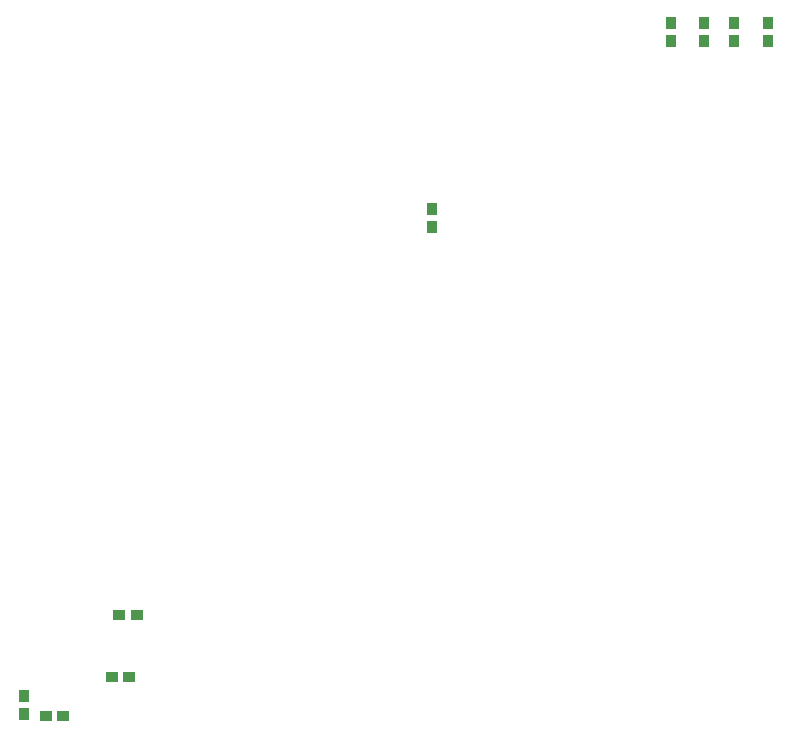
<source format=gbp>
G04 Layer_Color=128*
%FSLAX44Y44*%
%MOMM*%
G71*
G01*
G75*
%ADD43R,1.0000X0.9500*%
%ADD44R,0.9500X1.0000*%
D43*
X344290Y107950D02*
D03*
X359290D02*
D03*
X337940Y55880D02*
D03*
X352940D02*
D03*
X282060Y22860D02*
D03*
X297060D02*
D03*
D44*
X609600Y452000D02*
D03*
Y437000D02*
D03*
X894080Y609480D02*
D03*
Y594480D02*
D03*
X864870Y609480D02*
D03*
Y594480D02*
D03*
X839470Y609480D02*
D03*
Y594480D02*
D03*
X811530Y609480D02*
D03*
Y594480D02*
D03*
X264160Y39250D02*
D03*
Y24250D02*
D03*
M02*

</source>
